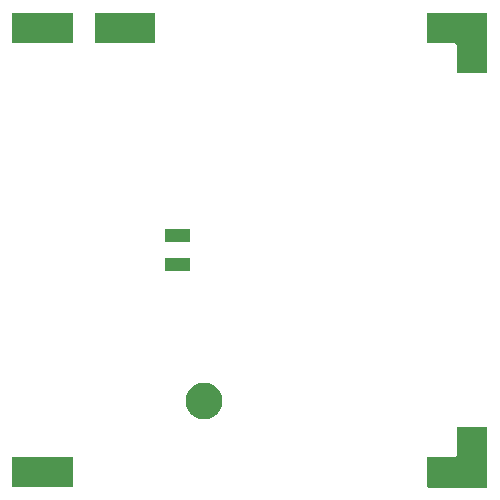
<source format=gbr>
G04 #@! TF.GenerationSoftware,KiCad,Pcbnew,(5.1.4)-1*
G04 #@! TF.CreationDate,2019-10-10T18:52:02+02:00*
G04 #@! TF.ProjectId,SideRight,53696465-5269-4676-9874-2e6b69636164,rev?*
G04 #@! TF.SameCoordinates,Original*
G04 #@! TF.FileFunction,Soldermask,Bot*
G04 #@! TF.FilePolarity,Negative*
%FSLAX46Y46*%
G04 Gerber Fmt 4.6, Leading zero omitted, Abs format (unit mm)*
G04 Created by KiCad (PCBNEW (5.1.4)-1) date 2019-10-10 18:52:02*
%MOMM*%
%LPD*%
G04 APERTURE LIST*
%ADD10C,0.100000*%
G04 APERTURE END LIST*
D10*
G36*
X215059999Y-109999737D02*
G01*
X215069608Y-110002652D01*
X215078472Y-110007390D01*
X215086237Y-110013763D01*
X215092610Y-110021528D01*
X215097348Y-110030392D01*
X215100263Y-110040001D01*
X215101852Y-110056140D01*
X215101852Y-115043860D01*
X215100263Y-115059999D01*
X215097348Y-115069608D01*
X215092610Y-115078472D01*
X215086237Y-115086237D01*
X215078472Y-115092610D01*
X215069608Y-115097348D01*
X215059999Y-115100263D01*
X215043860Y-115101852D01*
X210056140Y-115101852D01*
X210040001Y-115100263D01*
X210030392Y-115097348D01*
X210021528Y-115092610D01*
X210013763Y-115086237D01*
X210007390Y-115078472D01*
X210002652Y-115069608D01*
X209999737Y-115059999D01*
X209998148Y-115043860D01*
X209998148Y-112556140D01*
X209999737Y-112540001D01*
X210002652Y-112530392D01*
X210007390Y-112521528D01*
X210013763Y-112513763D01*
X210021528Y-112507390D01*
X210030392Y-112502652D01*
X210040001Y-112499737D01*
X210056140Y-112498148D01*
X212373149Y-112498148D01*
X212397535Y-112495746D01*
X212420984Y-112488633D01*
X212442595Y-112477082D01*
X212461537Y-112461537D01*
X212477082Y-112442595D01*
X212488633Y-112420984D01*
X212495746Y-112397535D01*
X212498148Y-112373149D01*
X212498148Y-110056140D01*
X212499737Y-110040001D01*
X212502652Y-110030392D01*
X212507390Y-110021528D01*
X212513763Y-110013763D01*
X212521528Y-110007390D01*
X212530392Y-110002652D01*
X212540001Y-109999737D01*
X212556140Y-109998148D01*
X215043860Y-109998148D01*
X215059999Y-109999737D01*
X215059999Y-109999737D01*
G37*
G36*
X180001000Y-115101000D02*
G01*
X174899000Y-115101000D01*
X174899000Y-112499000D01*
X180001000Y-112499000D01*
X180001000Y-115101000D01*
X180001000Y-115101000D01*
G37*
G36*
X191422585Y-106248802D02*
G01*
X191572410Y-106278604D01*
X191854674Y-106395521D01*
X192108705Y-106565259D01*
X192324741Y-106781295D01*
X192494479Y-107035326D01*
X192611396Y-107317590D01*
X192671000Y-107617240D01*
X192671000Y-107922760D01*
X192611396Y-108222410D01*
X192494479Y-108504674D01*
X192324741Y-108758705D01*
X192108705Y-108974741D01*
X191854674Y-109144479D01*
X191572410Y-109261396D01*
X191422585Y-109291198D01*
X191272761Y-109321000D01*
X190967239Y-109321000D01*
X190817415Y-109291198D01*
X190667590Y-109261396D01*
X190385326Y-109144479D01*
X190131295Y-108974741D01*
X189915259Y-108758705D01*
X189745521Y-108504674D01*
X189628604Y-108222410D01*
X189569000Y-107922760D01*
X189569000Y-107617240D01*
X189628604Y-107317590D01*
X189745521Y-107035326D01*
X189915259Y-106781295D01*
X190131295Y-106565259D01*
X190385326Y-106395521D01*
X190667590Y-106278604D01*
X190817415Y-106248802D01*
X190967239Y-106219000D01*
X191272761Y-106219000D01*
X191422585Y-106248802D01*
X191422585Y-106248802D01*
G37*
G36*
X189941000Y-96811000D02*
G01*
X187839000Y-96811000D01*
X187839000Y-95709000D01*
X189941000Y-95709000D01*
X189941000Y-96811000D01*
X189941000Y-96811000D01*
G37*
G36*
X189941000Y-94291000D02*
G01*
X187839000Y-94291000D01*
X187839000Y-93189000D01*
X189941000Y-93189000D01*
X189941000Y-94291000D01*
X189941000Y-94291000D01*
G37*
G36*
X215059999Y-74899737D02*
G01*
X215069608Y-74902652D01*
X215078472Y-74907390D01*
X215086237Y-74913763D01*
X215092610Y-74921528D01*
X215097348Y-74930392D01*
X215100263Y-74940001D01*
X215101852Y-74956140D01*
X215101852Y-79943860D01*
X215100263Y-79959999D01*
X215097348Y-79969608D01*
X215092610Y-79978472D01*
X215086237Y-79986237D01*
X215078472Y-79992610D01*
X215069608Y-79997348D01*
X215059999Y-80000263D01*
X215043860Y-80001852D01*
X212556140Y-80001852D01*
X212540001Y-80000263D01*
X212530392Y-79997348D01*
X212521528Y-79992610D01*
X212513763Y-79986237D01*
X212507390Y-79978472D01*
X212502652Y-79969608D01*
X212499737Y-79959999D01*
X212498148Y-79943860D01*
X212498148Y-77626851D01*
X212495746Y-77602465D01*
X212488633Y-77579016D01*
X212477082Y-77557405D01*
X212461537Y-77538463D01*
X212442595Y-77522918D01*
X212420984Y-77511367D01*
X212397535Y-77504254D01*
X212373149Y-77501852D01*
X210056140Y-77501852D01*
X210040001Y-77500263D01*
X210030392Y-77497348D01*
X210021528Y-77492610D01*
X210013763Y-77486237D01*
X210007390Y-77478472D01*
X210002652Y-77469608D01*
X209999737Y-77459999D01*
X209998148Y-77443860D01*
X209998148Y-74956140D01*
X209999737Y-74940001D01*
X210002652Y-74930392D01*
X210007390Y-74921528D01*
X210013763Y-74913763D01*
X210021528Y-74907390D01*
X210030392Y-74902652D01*
X210040001Y-74899737D01*
X210056140Y-74898148D01*
X215043860Y-74898148D01*
X215059999Y-74899737D01*
X215059999Y-74899737D01*
G37*
G36*
X187001000Y-77501000D02*
G01*
X181899000Y-77501000D01*
X181899000Y-74899000D01*
X187001000Y-74899000D01*
X187001000Y-77501000D01*
X187001000Y-77501000D01*
G37*
G36*
X180001000Y-77501000D02*
G01*
X174899000Y-77501000D01*
X174899000Y-74899000D01*
X180001000Y-74899000D01*
X180001000Y-77501000D01*
X180001000Y-77501000D01*
G37*
M02*

</source>
